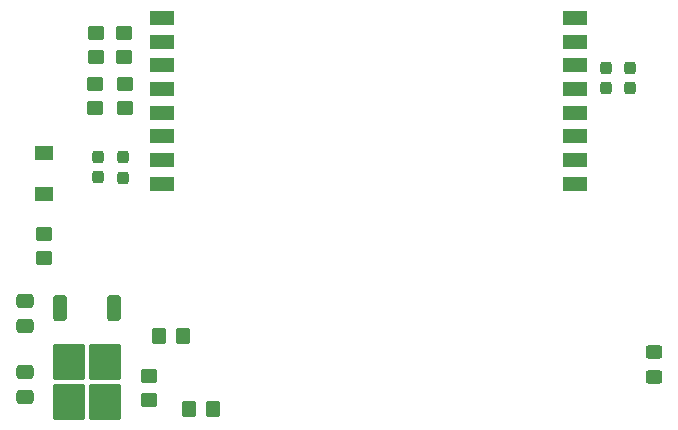
<source format=gbr>
G04 #@! TF.GenerationSoftware,KiCad,Pcbnew,7.0.9*
G04 #@! TF.CreationDate,2024-02-12T17:54:23+00:00*
G04 #@! TF.ProjectId,Radio HAT,52616469-6f20-4484-9154-2e6b69636164,v2*
G04 #@! TF.SameCoordinates,Original*
G04 #@! TF.FileFunction,Paste,Top*
G04 #@! TF.FilePolarity,Positive*
%FSLAX46Y46*%
G04 Gerber Fmt 4.6, Leading zero omitted, Abs format (unit mm)*
G04 Created by KiCad (PCBNEW 7.0.9) date 2024-02-12 17:54:23*
%MOMM*%
%LPD*%
G01*
G04 APERTURE LIST*
G04 Aperture macros list*
%AMRoundRect*
0 Rectangle with rounded corners*
0 $1 Rounding radius*
0 $2 $3 $4 $5 $6 $7 $8 $9 X,Y pos of 4 corners*
0 Add a 4 corners polygon primitive as box body*
4,1,4,$2,$3,$4,$5,$6,$7,$8,$9,$2,$3,0*
0 Add four circle primitives for the rounded corners*
1,1,$1+$1,$2,$3*
1,1,$1+$1,$4,$5*
1,1,$1+$1,$6,$7*
1,1,$1+$1,$8,$9*
0 Add four rect primitives between the rounded corners*
20,1,$1+$1,$2,$3,$4,$5,0*
20,1,$1+$1,$4,$5,$6,$7,0*
20,1,$1+$1,$6,$7,$8,$9,0*
20,1,$1+$1,$8,$9,$2,$3,0*%
G04 Aperture macros list end*
%ADD10RoundRect,0.250000X0.350000X0.450000X-0.350000X0.450000X-0.350000X-0.450000X0.350000X-0.450000X0*%
%ADD11RoundRect,0.250000X0.450000X-0.350000X0.450000X0.350000X-0.450000X0.350000X-0.450000X-0.350000X0*%
%ADD12RoundRect,0.250000X-0.475000X0.337500X-0.475000X-0.337500X0.475000X-0.337500X0.475000X0.337500X0*%
%ADD13RoundRect,0.237500X-0.237500X0.300000X-0.237500X-0.300000X0.237500X-0.300000X0.237500X0.300000X0*%
%ADD14RoundRect,0.237500X0.237500X-0.300000X0.237500X0.300000X-0.237500X0.300000X-0.237500X-0.300000X0*%
%ADD15RoundRect,0.250000X-0.450000X0.350000X-0.450000X-0.350000X0.450000X-0.350000X0.450000X0.350000X0*%
%ADD16RoundRect,0.250000X0.475000X-0.337500X0.475000X0.337500X-0.475000X0.337500X-0.475000X-0.337500X0*%
%ADD17RoundRect,0.250000X-0.350000X0.850000X-0.350000X-0.850000X0.350000X-0.850000X0.350000X0.850000X0*%
%ADD18RoundRect,0.250000X-1.125000X1.275000X-1.125000X-1.275000X1.125000X-1.275000X1.125000X1.275000X0*%
%ADD19R,2.000000X1.300000*%
%ADD20R,1.500000X1.250000*%
%ADD21RoundRect,0.250000X-0.350000X-0.450000X0.350000X-0.450000X0.350000X0.450000X-0.350000X0.450000X0*%
%ADD22RoundRect,0.250000X-0.450000X0.325000X-0.450000X-0.325000X0.450000X-0.325000X0.450000X0.325000X0*%
G04 APERTURE END LIST*
D10*
X127699524Y-142621000D03*
X125699524Y-142621000D03*
D11*
X113380524Y-129778000D03*
X113380524Y-127778000D03*
X122270524Y-141827000D03*
X122270524Y-139827000D03*
X120238524Y-117062000D03*
X120238524Y-115062000D03*
D12*
X111786044Y-133462500D03*
X111786044Y-135537500D03*
D13*
X117952524Y-121258500D03*
X117952524Y-122983500D03*
D14*
X161005524Y-115443000D03*
X161005524Y-113718000D03*
D15*
X117825524Y-110760000D03*
X117825524Y-112760000D03*
D16*
X111786044Y-141537500D03*
X111786044Y-139462500D03*
D17*
X119346044Y-134000000D03*
D18*
X118591044Y-138625000D03*
X115541044Y-138625000D03*
X118591044Y-141975000D03*
X115541044Y-141975000D03*
D17*
X114786044Y-134000000D03*
D11*
X117738524Y-117062000D03*
X117738524Y-115062000D03*
X120192800Y-112744000D03*
X120192800Y-110744000D03*
D19*
X158386044Y-123500000D03*
X158386044Y-121500000D03*
X158386044Y-119500000D03*
X158386044Y-117500000D03*
X158386044Y-115500000D03*
X158386044Y-113500000D03*
X158386044Y-111500000D03*
X158386044Y-109500000D03*
X123386044Y-109500000D03*
X123386044Y-111500000D03*
X123386044Y-113500000D03*
X123386044Y-115500000D03*
X123386044Y-117500000D03*
X123386044Y-119500000D03*
X123386044Y-121500000D03*
X123386044Y-123500000D03*
D14*
X163005524Y-115443000D03*
X163005524Y-113718000D03*
D20*
X113380524Y-124354000D03*
X113380524Y-120904000D03*
D21*
X123159524Y-136398000D03*
X125159524Y-136398000D03*
D22*
X165069524Y-137795000D03*
X165069524Y-139845000D03*
D13*
X120111524Y-121285000D03*
X120111524Y-123010000D03*
M02*

</source>
